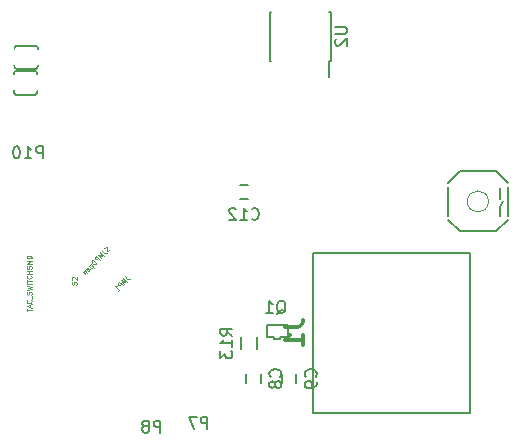
<source format=gbo>
G04 #@! TF.FileFunction,Legend,Bot*
%FSLAX46Y46*%
G04 Gerber Fmt 4.6, Leading zero omitted, Abs format (unit mm)*
G04 Created by KiCad (PCBNEW (after 2015-may-01 BZR unknown)-product) date Sun 10 May 2015 22:33:08 EDT*
%MOMM*%
G01*
G04 APERTURE LIST*
%ADD10C,0.100000*%
%ADD11C,0.200660*%
%ADD12C,0.150000*%
%ADD13C,0.203200*%
%ADD14C,0.127000*%
%ADD15C,0.101600*%
%ADD16C,0.304800*%
%ADD17C,0.088900*%
G04 APERTURE END LIST*
D10*
D11*
X186300000Y-65325420D02*
X173000560Y-65325420D01*
X173000560Y-65325420D02*
X173000560Y-78924580D01*
X173000560Y-78924580D02*
X186300000Y-78924580D01*
X186300000Y-78924580D02*
X186300000Y-65325420D01*
D12*
X168600000Y-76350000D02*
X168600000Y-75650000D01*
X167400000Y-75650000D02*
X167400000Y-76350000D01*
X171600000Y-76350000D02*
X171600000Y-75650000D01*
X170400000Y-75650000D02*
X170400000Y-76350000D01*
D13*
X149547560Y-47801780D02*
X147952440Y-47801780D01*
X147952440Y-49798220D02*
X149547560Y-49798220D01*
X149748220Y-49501040D02*
G75*
G02X149547560Y-49798220I-248920J-48260D01*
G01*
X147949900Y-49798220D02*
G75*
G02X147751780Y-49498500I50800J248920D01*
G01*
X147751780Y-48098960D02*
G75*
G02X147952440Y-47801780I248920J48260D01*
G01*
X149550100Y-47801780D02*
G75*
G02X149748220Y-48101500I-50800J-248920D01*
G01*
X149497560Y-49951780D02*
X147902440Y-49951780D01*
X147902440Y-51948220D02*
X149497560Y-51948220D01*
X149698220Y-51651040D02*
G75*
G02X149497560Y-51948220I-248920J-48260D01*
G01*
X147899900Y-51948220D02*
G75*
G02X147701780Y-51648500I50800J248920D01*
G01*
X147701780Y-50248960D02*
G75*
G02X147902440Y-49951780I248920J48260D01*
G01*
X149500100Y-49951780D02*
G75*
G02X149698220Y-50251500I-50800J-248920D01*
G01*
D12*
X174525000Y-49075000D02*
X174380000Y-49075000D01*
X174525000Y-44925000D02*
X174380000Y-44925000D01*
X169375000Y-44925000D02*
X169520000Y-44925000D01*
X169375000Y-49075000D02*
X169520000Y-49075000D01*
X174525000Y-49075000D02*
X174525000Y-44925000D01*
X169375000Y-49075000D02*
X169375000Y-44925000D01*
X174380000Y-49075000D02*
X174380000Y-50475000D01*
X169746000Y-72508000D02*
X169111000Y-72508000D01*
X169111000Y-72508000D02*
X169111000Y-71492000D01*
X170889000Y-71492000D02*
X170889000Y-72508000D01*
X170889000Y-72508000D02*
X170254000Y-72508000D01*
X169746000Y-72635000D02*
X169746000Y-72508000D01*
X170254000Y-72508000D02*
X170254000Y-72635000D01*
X169111000Y-71492000D02*
X170889000Y-71492000D01*
X170254000Y-72635000D02*
X169746000Y-72635000D01*
X168325000Y-73500000D02*
X168325000Y-72500000D01*
X166975000Y-72500000D02*
X166975000Y-73500000D01*
D13*
X185460760Y-58460000D02*
X184460000Y-59460760D01*
X184460000Y-59760480D02*
X184460000Y-62270000D01*
X184460000Y-62539240D02*
X185460760Y-63540000D01*
X185460760Y-63540000D02*
X188539240Y-63540000D01*
X188539240Y-63540000D02*
X189540000Y-62539240D01*
X189540000Y-62239520D02*
X189540000Y-59760480D01*
X189540000Y-59460760D02*
X188539240Y-58460000D01*
X188539240Y-58460000D02*
X185460760Y-58460000D01*
D14*
X188905000Y-62270000D02*
X188905000Y-61444500D01*
X188905000Y-61444500D02*
X189159000Y-60992380D01*
X188905000Y-60771400D02*
X188905000Y-59887480D01*
D15*
X187898026Y-61000000D02*
G75*
G03X187898026Y-61000000I-898026J0D01*
G01*
D12*
X166850000Y-60800000D02*
X167550000Y-60800000D01*
X167550000Y-59600000D02*
X166850000Y-59600000D01*
D16*
X170665429Y-71617000D02*
X171754000Y-71617000D01*
X171971714Y-71544428D01*
X172116857Y-71399285D01*
X172189429Y-71181571D01*
X172189429Y-71036428D01*
X172189429Y-73141000D02*
X172189429Y-72270143D01*
X172189429Y-72705571D02*
X170665429Y-72705571D01*
X170883143Y-72560428D01*
X171028286Y-72415286D01*
X171100857Y-72270143D01*
D12*
X170257143Y-75833334D02*
X170304762Y-75785715D01*
X170352381Y-75642858D01*
X170352381Y-75547620D01*
X170304762Y-75404762D01*
X170209524Y-75309524D01*
X170114286Y-75261905D01*
X169923810Y-75214286D01*
X169780952Y-75214286D01*
X169590476Y-75261905D01*
X169495238Y-75309524D01*
X169400000Y-75404762D01*
X169352381Y-75547620D01*
X169352381Y-75642858D01*
X169400000Y-75785715D01*
X169447619Y-75833334D01*
X169780952Y-76404762D02*
X169733333Y-76309524D01*
X169685714Y-76261905D01*
X169590476Y-76214286D01*
X169542857Y-76214286D01*
X169447619Y-76261905D01*
X169400000Y-76309524D01*
X169352381Y-76404762D01*
X169352381Y-76595239D01*
X169400000Y-76690477D01*
X169447619Y-76738096D01*
X169542857Y-76785715D01*
X169590476Y-76785715D01*
X169685714Y-76738096D01*
X169733333Y-76690477D01*
X169780952Y-76595239D01*
X169780952Y-76404762D01*
X169828571Y-76309524D01*
X169876190Y-76261905D01*
X169971429Y-76214286D01*
X170161905Y-76214286D01*
X170257143Y-76261905D01*
X170304762Y-76309524D01*
X170352381Y-76404762D01*
X170352381Y-76595239D01*
X170304762Y-76690477D01*
X170257143Y-76738096D01*
X170161905Y-76785715D01*
X169971429Y-76785715D01*
X169876190Y-76738096D01*
X169828571Y-76690477D01*
X169780952Y-76595239D01*
X173257143Y-75833334D02*
X173304762Y-75785715D01*
X173352381Y-75642858D01*
X173352381Y-75547620D01*
X173304762Y-75404762D01*
X173209524Y-75309524D01*
X173114286Y-75261905D01*
X172923810Y-75214286D01*
X172780952Y-75214286D01*
X172590476Y-75261905D01*
X172495238Y-75309524D01*
X172400000Y-75404762D01*
X172352381Y-75547620D01*
X172352381Y-75642858D01*
X172400000Y-75785715D01*
X172447619Y-75833334D01*
X173352381Y-76309524D02*
X173352381Y-76500000D01*
X173304762Y-76595239D01*
X173257143Y-76642858D01*
X173114286Y-76738096D01*
X172923810Y-76785715D01*
X172542857Y-76785715D01*
X172447619Y-76738096D01*
X172400000Y-76690477D01*
X172352381Y-76595239D01*
X172352381Y-76404762D01*
X172400000Y-76309524D01*
X172447619Y-76261905D01*
X172542857Y-76214286D01*
X172780952Y-76214286D01*
X172876190Y-76261905D01*
X172923810Y-76309524D01*
X172971429Y-76404762D01*
X172971429Y-76595239D01*
X172923810Y-76690477D01*
X172876190Y-76738096D01*
X172780952Y-76785715D01*
D17*
X157112592Y-67356092D02*
X157317854Y-67561355D01*
X157372591Y-67588723D01*
X157427328Y-67588723D01*
X157482065Y-67561355D01*
X157509433Y-67533987D01*
X157263118Y-67780303D02*
X156975750Y-67492934D01*
X157085222Y-67793987D01*
X156784171Y-67684513D01*
X157071539Y-67971881D01*
X156934697Y-68108723D02*
X156647329Y-67821355D01*
X156537855Y-67930829D01*
X156524171Y-67971881D01*
X156524171Y-67999249D01*
X156537855Y-68040301D01*
X156578908Y-68081354D01*
X156619960Y-68095039D01*
X156647328Y-68095039D01*
X156688381Y-68081355D01*
X156797855Y-67971881D01*
X156496803Y-68546618D02*
X156661013Y-68382408D01*
X156578908Y-68464513D02*
X156291540Y-68177144D01*
X156359961Y-68190828D01*
X156414698Y-68190828D01*
X156455750Y-68177144D01*
X155806605Y-65078528D02*
X155779237Y-65133265D01*
X155710816Y-65201686D01*
X155669764Y-65215369D01*
X155642395Y-65215370D01*
X155601343Y-65201685D01*
X155573974Y-65174317D01*
X155560290Y-65133265D01*
X155560290Y-65105896D01*
X155573974Y-65064844D01*
X155615027Y-64996422D01*
X155628711Y-64955370D01*
X155628711Y-64928002D01*
X155615027Y-64886949D01*
X155587658Y-64859581D01*
X155546605Y-64845896D01*
X155519238Y-64845896D01*
X155478185Y-64859581D01*
X155409764Y-64928002D01*
X155382395Y-64982738D01*
X155163448Y-65174318D02*
X155368711Y-65379580D01*
X155423447Y-65406949D01*
X155478184Y-65406949D01*
X155532922Y-65379581D01*
X155560290Y-65352212D01*
X155313974Y-65598528D02*
X155026606Y-65311160D01*
X155136079Y-65612212D01*
X154835028Y-65502738D01*
X155122396Y-65790107D01*
X154985554Y-65926949D02*
X154698185Y-65639580D01*
X154588712Y-65749054D01*
X154575027Y-65790107D01*
X154575027Y-65817474D01*
X154588712Y-65858527D01*
X154629764Y-65899579D01*
X154670817Y-65913264D01*
X154698185Y-65913264D01*
X154739238Y-65899580D01*
X154848712Y-65790107D01*
X154356081Y-65981685D02*
X154301344Y-66036422D01*
X154287659Y-66077475D01*
X154287660Y-66132211D01*
X154328712Y-66200632D01*
X154424501Y-66296422D01*
X154492922Y-66337474D01*
X154547659Y-66337474D01*
X154588712Y-66323790D01*
X154643449Y-66269053D01*
X154657132Y-66228001D01*
X154657132Y-66173264D01*
X154616080Y-66104843D01*
X154520290Y-66009054D01*
X154451870Y-65968001D01*
X154397133Y-65968001D01*
X154356081Y-65981685D01*
X154205554Y-66323790D02*
X154492922Y-66611158D01*
X154219239Y-66337474D02*
X154178186Y-66351158D01*
X154123449Y-66405895D01*
X154109765Y-66446948D01*
X154109765Y-66474316D01*
X154123449Y-66515369D01*
X154205554Y-66597474D01*
X154246607Y-66611158D01*
X154273975Y-66611158D01*
X154315028Y-66597474D01*
X154369765Y-66542738D01*
X154383449Y-66501684D01*
X154013976Y-66871158D02*
X154055029Y-66857474D01*
X154109765Y-66802737D01*
X154123449Y-66761684D01*
X154109764Y-66720631D01*
X154000291Y-66611158D01*
X153959239Y-66597474D01*
X153918186Y-66611158D01*
X153863449Y-66665894D01*
X153849766Y-66706948D01*
X153863449Y-66747999D01*
X153890818Y-66775368D01*
X154055028Y-66665895D01*
X153699239Y-66830105D02*
X153890818Y-67021684D01*
X153726607Y-66857474D02*
X153699239Y-66857474D01*
X153658186Y-66871158D01*
X153617134Y-66912210D01*
X153603450Y-66953263D01*
X153617134Y-66994315D01*
X153767661Y-67144842D01*
D12*
X174902381Y-46238095D02*
X175711905Y-46238095D01*
X175807143Y-46285714D01*
X175854762Y-46333333D01*
X175902381Y-46428571D01*
X175902381Y-46619048D01*
X175854762Y-46714286D01*
X175807143Y-46761905D01*
X175711905Y-46809524D01*
X174902381Y-46809524D01*
X174997619Y-47238095D02*
X174950000Y-47285714D01*
X174902381Y-47380952D01*
X174902381Y-47619048D01*
X174950000Y-47714286D01*
X174997619Y-47761905D01*
X175092857Y-47809524D01*
X175188095Y-47809524D01*
X175330952Y-47761905D01*
X175902381Y-47190476D01*
X175902381Y-47809524D01*
X169968238Y-70515619D02*
X170063476Y-70468000D01*
X170158714Y-70372762D01*
X170301571Y-70229905D01*
X170396810Y-70182286D01*
X170492048Y-70182286D01*
X170444429Y-70420381D02*
X170539667Y-70372762D01*
X170634905Y-70277524D01*
X170682524Y-70087048D01*
X170682524Y-69753714D01*
X170634905Y-69563238D01*
X170539667Y-69468000D01*
X170444429Y-69420381D01*
X170253952Y-69420381D01*
X170158714Y-69468000D01*
X170063476Y-69563238D01*
X170015857Y-69753714D01*
X170015857Y-70087048D01*
X170063476Y-70277524D01*
X170158714Y-70372762D01*
X170253952Y-70420381D01*
X170444429Y-70420381D01*
X169063476Y-70420381D02*
X169634905Y-70420381D01*
X169349191Y-70420381D02*
X169349191Y-69420381D01*
X169444429Y-69563238D01*
X169539667Y-69658476D01*
X169634905Y-69706095D01*
X166202381Y-72357143D02*
X165726190Y-72023809D01*
X166202381Y-71785714D02*
X165202381Y-71785714D01*
X165202381Y-72166667D01*
X165250000Y-72261905D01*
X165297619Y-72309524D01*
X165392857Y-72357143D01*
X165535714Y-72357143D01*
X165630952Y-72309524D01*
X165678571Y-72261905D01*
X165726190Y-72166667D01*
X165726190Y-71785714D01*
X166202381Y-73309524D02*
X166202381Y-72738095D01*
X166202381Y-73023809D02*
X165202381Y-73023809D01*
X165345238Y-72928571D01*
X165440476Y-72833333D01*
X165488095Y-72738095D01*
X165202381Y-73642857D02*
X165202381Y-74261905D01*
X165583333Y-73928571D01*
X165583333Y-74071429D01*
X165630952Y-74166667D01*
X165678571Y-74214286D01*
X165773810Y-74261905D01*
X166011905Y-74261905D01*
X166107143Y-74214286D01*
X166154762Y-74166667D01*
X166202381Y-74071429D01*
X166202381Y-73785714D01*
X166154762Y-73690476D01*
X166107143Y-73642857D01*
D17*
X152995695Y-68036638D02*
X153015048Y-67978581D01*
X153015048Y-67881819D01*
X152995695Y-67843115D01*
X152976343Y-67823762D01*
X152937638Y-67804410D01*
X152898933Y-67804410D01*
X152860229Y-67823762D01*
X152840876Y-67843115D01*
X152821524Y-67881819D01*
X152802171Y-67959229D01*
X152782819Y-67997934D01*
X152763467Y-68017286D01*
X152724762Y-68036638D01*
X152686057Y-68036638D01*
X152647352Y-68017286D01*
X152628000Y-67997934D01*
X152608648Y-67959229D01*
X152608648Y-67862467D01*
X152628000Y-67804410D01*
X152647352Y-67649590D02*
X152628000Y-67630238D01*
X152608648Y-67591533D01*
X152608648Y-67494771D01*
X152628000Y-67456067D01*
X152647352Y-67436714D01*
X152686057Y-67417362D01*
X152724762Y-67417362D01*
X152782819Y-67436714D01*
X153015048Y-67668943D01*
X153015048Y-67417362D01*
X148798648Y-70300866D02*
X148798648Y-70068638D01*
X149205048Y-70184752D02*
X148798648Y-70184752D01*
X149088933Y-69952523D02*
X149088933Y-69759000D01*
X149205048Y-69991228D02*
X148798648Y-69855762D01*
X149205048Y-69720295D01*
X149166343Y-69352600D02*
X149185695Y-69371952D01*
X149205048Y-69430009D01*
X149205048Y-69468714D01*
X149185695Y-69526771D01*
X149146990Y-69565476D01*
X149108286Y-69584828D01*
X149030876Y-69604180D01*
X148972819Y-69604180D01*
X148895410Y-69584828D01*
X148856705Y-69565476D01*
X148818000Y-69526771D01*
X148798648Y-69468714D01*
X148798648Y-69430009D01*
X148818000Y-69371952D01*
X148837352Y-69352600D01*
X149243752Y-69275190D02*
X149243752Y-68965552D01*
X149185695Y-68888142D02*
X149205048Y-68830085D01*
X149205048Y-68733323D01*
X149185695Y-68694619D01*
X149166343Y-68675266D01*
X149127638Y-68655914D01*
X149088933Y-68655914D01*
X149050229Y-68675266D01*
X149030876Y-68694619D01*
X149011524Y-68733323D01*
X148992171Y-68810733D01*
X148972819Y-68849438D01*
X148953467Y-68868790D01*
X148914762Y-68888142D01*
X148876057Y-68888142D01*
X148837352Y-68868790D01*
X148818000Y-68849438D01*
X148798648Y-68810733D01*
X148798648Y-68713971D01*
X148818000Y-68655914D01*
X148798648Y-68520447D02*
X149205048Y-68423685D01*
X148914762Y-68346275D01*
X149205048Y-68268866D01*
X148798648Y-68172104D01*
X149205048Y-68017285D02*
X148798648Y-68017285D01*
X148798648Y-67881818D02*
X148798648Y-67649590D01*
X149205048Y-67765704D02*
X148798648Y-67765704D01*
X149166343Y-67281895D02*
X149185695Y-67301247D01*
X149205048Y-67359304D01*
X149205048Y-67398009D01*
X149185695Y-67456066D01*
X149146990Y-67494771D01*
X149108286Y-67514123D01*
X149030876Y-67533475D01*
X148972819Y-67533475D01*
X148895410Y-67514123D01*
X148856705Y-67494771D01*
X148818000Y-67456066D01*
X148798648Y-67398009D01*
X148798648Y-67359304D01*
X148818000Y-67301247D01*
X148837352Y-67281895D01*
X149205048Y-67107723D02*
X148798648Y-67107723D01*
X148992171Y-67107723D02*
X148992171Y-66875495D01*
X149205048Y-66875495D02*
X148798648Y-66875495D01*
X149185695Y-66701323D02*
X149205048Y-66643266D01*
X149205048Y-66546504D01*
X149185695Y-66507800D01*
X149166343Y-66488447D01*
X149127638Y-66469095D01*
X149088933Y-66469095D01*
X149050229Y-66488447D01*
X149030876Y-66507800D01*
X149011524Y-66546504D01*
X148992171Y-66623914D01*
X148972819Y-66662619D01*
X148953467Y-66681971D01*
X148914762Y-66701323D01*
X148876057Y-66701323D01*
X148837352Y-66681971D01*
X148818000Y-66662619D01*
X148798648Y-66623914D01*
X148798648Y-66527152D01*
X148818000Y-66469095D01*
X149205048Y-66294923D02*
X148798648Y-66294923D01*
X149088933Y-66159456D01*
X148798648Y-66023990D01*
X149205048Y-66023990D01*
X149205048Y-65830466D02*
X148798648Y-65830466D01*
X148798648Y-65733704D01*
X148818000Y-65675647D01*
X148856705Y-65636942D01*
X148895410Y-65617590D01*
X148972819Y-65598238D01*
X149030876Y-65598238D01*
X149108286Y-65617590D01*
X149146990Y-65636942D01*
X149185695Y-65675647D01*
X149205048Y-65733704D01*
X149205048Y-65830466D01*
D12*
X164088095Y-80242381D02*
X164088095Y-79242381D01*
X163707142Y-79242381D01*
X163611904Y-79290000D01*
X163564285Y-79337619D01*
X163516666Y-79432857D01*
X163516666Y-79575714D01*
X163564285Y-79670952D01*
X163611904Y-79718571D01*
X163707142Y-79766190D01*
X164088095Y-79766190D01*
X163183333Y-79242381D02*
X162516666Y-79242381D01*
X162945238Y-80242381D01*
X160113095Y-80567381D02*
X160113095Y-79567381D01*
X159732142Y-79567381D01*
X159636904Y-79615000D01*
X159589285Y-79662619D01*
X159541666Y-79757857D01*
X159541666Y-79900714D01*
X159589285Y-79995952D01*
X159636904Y-80043571D01*
X159732142Y-80091190D01*
X160113095Y-80091190D01*
X158970238Y-79995952D02*
X159065476Y-79948333D01*
X159113095Y-79900714D01*
X159160714Y-79805476D01*
X159160714Y-79757857D01*
X159113095Y-79662619D01*
X159065476Y-79615000D01*
X158970238Y-79567381D01*
X158779761Y-79567381D01*
X158684523Y-79615000D01*
X158636904Y-79662619D01*
X158589285Y-79757857D01*
X158589285Y-79805476D01*
X158636904Y-79900714D01*
X158684523Y-79948333D01*
X158779761Y-79995952D01*
X158970238Y-79995952D01*
X159065476Y-80043571D01*
X159113095Y-80091190D01*
X159160714Y-80186429D01*
X159160714Y-80376905D01*
X159113095Y-80472143D01*
X159065476Y-80519762D01*
X158970238Y-80567381D01*
X158779761Y-80567381D01*
X158684523Y-80519762D01*
X158636904Y-80472143D01*
X158589285Y-80376905D01*
X158589285Y-80186429D01*
X158636904Y-80091190D01*
X158684523Y-80043571D01*
X158779761Y-79995952D01*
X150139286Y-57342381D02*
X150139286Y-56342381D01*
X149758333Y-56342381D01*
X149663095Y-56390000D01*
X149615476Y-56437619D01*
X149567857Y-56532857D01*
X149567857Y-56675714D01*
X149615476Y-56770952D01*
X149663095Y-56818571D01*
X149758333Y-56866190D01*
X150139286Y-56866190D01*
X148615476Y-57342381D02*
X149186905Y-57342381D01*
X148901191Y-57342381D02*
X148901191Y-56342381D01*
X148996429Y-56485238D01*
X149091667Y-56580476D01*
X149186905Y-56628095D01*
X147996429Y-56342381D02*
X147901190Y-56342381D01*
X147805952Y-56390000D01*
X147758333Y-56437619D01*
X147710714Y-56532857D01*
X147663095Y-56723333D01*
X147663095Y-56961429D01*
X147710714Y-57151905D01*
X147758333Y-57247143D01*
X147805952Y-57294762D01*
X147901190Y-57342381D01*
X147996429Y-57342381D01*
X148091667Y-57294762D01*
X148139286Y-57247143D01*
X148186905Y-57151905D01*
X148234524Y-56961429D01*
X148234524Y-56723333D01*
X148186905Y-56532857D01*
X148139286Y-56437619D01*
X148091667Y-56390000D01*
X147996429Y-56342381D01*
X167842857Y-62457143D02*
X167890476Y-62504762D01*
X168033333Y-62552381D01*
X168128571Y-62552381D01*
X168271429Y-62504762D01*
X168366667Y-62409524D01*
X168414286Y-62314286D01*
X168461905Y-62123810D01*
X168461905Y-61980952D01*
X168414286Y-61790476D01*
X168366667Y-61695238D01*
X168271429Y-61600000D01*
X168128571Y-61552381D01*
X168033333Y-61552381D01*
X167890476Y-61600000D01*
X167842857Y-61647619D01*
X166890476Y-62552381D02*
X167461905Y-62552381D01*
X167176191Y-62552381D02*
X167176191Y-61552381D01*
X167271429Y-61695238D01*
X167366667Y-61790476D01*
X167461905Y-61838095D01*
X166509524Y-61647619D02*
X166461905Y-61600000D01*
X166366667Y-61552381D01*
X166128571Y-61552381D01*
X166033333Y-61600000D01*
X165985714Y-61647619D01*
X165938095Y-61742857D01*
X165938095Y-61838095D01*
X165985714Y-61980952D01*
X166557143Y-62552381D01*
X165938095Y-62552381D01*
M02*

</source>
